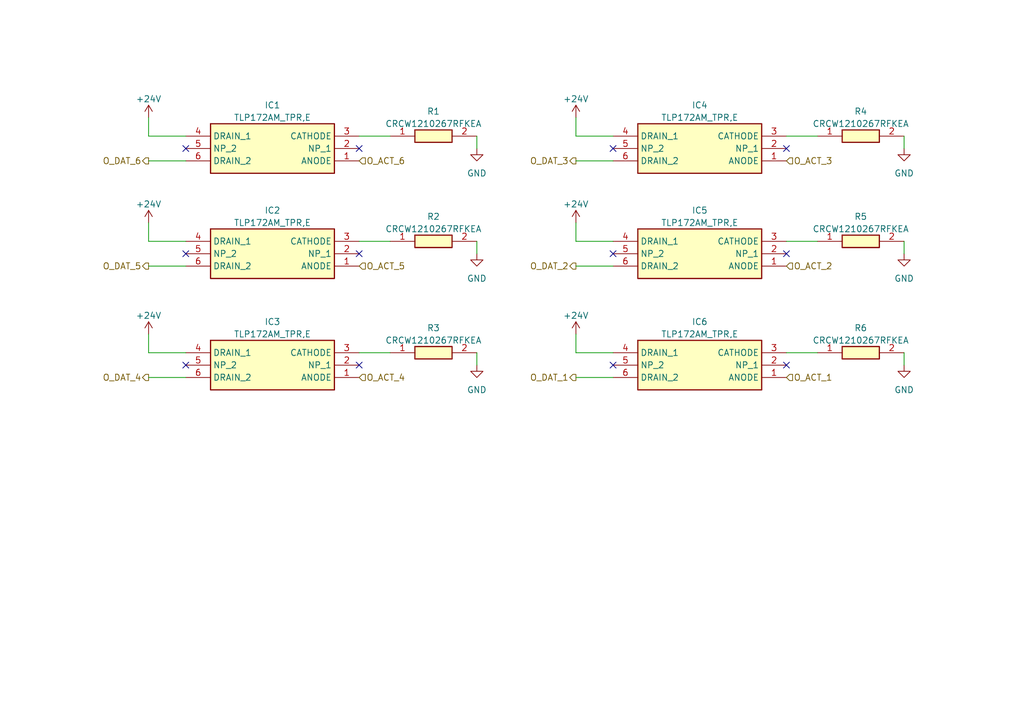
<source format=kicad_sch>
(kicad_sch (version 20230121) (generator eeschema)
  (paper "A5")
  (title_block (date "2023-04-23") (rev "1") (company "UPB - FIIR - Roboți și sisteme de producție") (comment 1 "Alexandru-Ioan Anastasiu"))
  (lib_symbols
    (symbol "CRCW1210267RFKEA:CRCW1210267RFKEA" (pin_names hide)
      (property "Reference" "R" (at 13.97 6.35 0))
      (property "Value" "CRCW1210267RFKEA" (at 13.97 3.81 0))
      (symbol "CRCW1210267RFKEA_1_1"
        (rectangle (start 5.08 1.27) (end 12.7 -1.27) (stroke (width 0.254)) (fill (type background)))
        (pin passive line (at 0 0 0) (length 5.08) (name "1") (number "1"))
        (pin passive line (at 17.78 0 180) (length 5.08) (name "2") (number "2"))
      )
    )
    (symbol "TLP172AM_TPR_E:TLP172AM_TPR,E"
      (property "Reference" "IC" (at 31.75 7.62 0))
      (property "Value" "TLP172AM_TPR,E" (at 31.75 5.08 0))
      (symbol "TLP172AM_TPR,E_1_1"
        (rectangle (start 5.08 2.54) (end 30.48 -7.62) (stroke (width 0.254)) (fill (type background)))
        (pin passive line (at 0 0 0) (length 5.08) (name "ANODE") (number "1"))
        (pin passive line (at 0 -2.54 0) (length 5.08) (name "NP_1") (number "2"))
        (pin passive line (at 0 -5.08 0) (length 5.08) (name "CATHODE") (number "3"))
        (pin passive line (at 35.56 -5.08 180) (length 5.08) (name "DRAIN_1") (number "4"))
        (pin passive line (at 35.56 -2.54 180) (length 5.08) (name "NP_2") (number "5"))
        (pin passive line (at 35.56 0 180) (length 5.08) (name "DRAIN_2") (number "6"))
      )
    )
    (symbol "power:+24V" (power) (pin_names (offset 0))
      (property "Value" "+24V" (at 0 3.556 0))
      (symbol "+24V_0_1"
        (polyline (pts (xy -0.762 1.27) (xy 0 2.54)))
        (polyline (pts (xy 0 0) (xy 0 2.54)))
        (polyline (pts (xy 0 2.54) (xy 0.762 1.27)))
      )
      (symbol "+24V_1_1"
        (pin power_in line (at 0 0 90) (length 0) hide (name "+24V") (number "1"))
      )
    )
    (symbol "power:GND" (power) (pin_names (offset 0))
      (property "Value" "GND" (at 0 -3.81 0))
      (symbol "GND_0_1"
        (polyline (pts (xy 0 0) (xy 0 -1.27) (xy 1.27 -1.27) (xy 0 -2.54) (xy -1.27 -1.27) (xy 0 -1.27)))
      )
      (symbol "GND_1_1"
        (pin power_in line (at 0 0 270) (length 0) hide (name "GND") (number "1"))
      )
    )
  )
  (no_connect (at 73.66 30.48))
  (no_connect (at 161.29 74.93))
  (no_connect (at 125.73 30.48))
  (no_connect (at 73.66 74.93))
  (no_connect (at 161.29 30.48))
  (no_connect (at 125.73 52.07))
  (no_connect (at 73.66 52.07))
  (no_connect (at 38.1 52.07))
  (no_connect (at 38.1 30.48))
  (no_connect (at 38.1 74.93))
  (no_connect (at 161.29 52.07))
  (no_connect (at 125.73 74.93))
  (wire (pts (xy 38.1 72.39) (xy 30.48 72.39)))
  (wire (pts (xy 97.79 49.53) (xy 97.79 52.07)))
  (wire (pts (xy 30.48 72.39) (xy 30.48 68.58)))
  (wire (pts (xy 185.42 27.94) (xy 185.42 30.48)))
  (wire (pts (xy 118.11 49.53) (xy 118.11 45.72)))
  (wire (pts (xy 161.29 27.94) (xy 167.64 27.94)))
  (wire (pts (xy 30.48 54.61) (xy 38.1 54.61)))
  (wire (pts (xy 118.11 27.94) (xy 118.11 24.13)))
  (wire (pts (xy 118.11 54.61) (xy 125.73 54.61)))
  (wire (pts (xy 125.73 27.94) (xy 118.11 27.94)))
  (wire (pts (xy 30.48 49.53) (xy 30.48 45.72)))
  (wire (pts (xy 125.73 49.53) (xy 118.11 49.53)))
  (wire (pts (xy 185.42 49.53) (xy 185.42 52.07)))
  (wire (pts (xy 118.11 33.02) (xy 125.73 33.02)))
  (wire (pts (xy 118.11 77.47) (xy 125.73 77.47)))
  (wire (pts (xy 30.48 77.47) (xy 38.1 77.47)))
  (wire (pts (xy 185.42 72.39) (xy 185.42 74.93)))
  (wire (pts (xy 97.79 27.94) (xy 97.79 30.48)))
  (wire (pts (xy 30.48 27.94) (xy 30.48 24.13)))
  (wire (pts (xy 161.29 72.39) (xy 167.64 72.39)))
  (wire (pts (xy 38.1 27.94) (xy 30.48 27.94)))
  (wire (pts (xy 30.48 33.02) (xy 38.1 33.02)))
  (wire (pts (xy 161.29 49.53) (xy 167.64 49.53)))
  (wire (pts (xy 97.79 72.39) (xy 97.79 74.93)))
  (wire (pts (xy 73.66 72.39) (xy 80.01 72.39)))
  (wire (pts (xy 73.66 49.53) (xy 80.01 49.53)))
  (wire (pts (xy 38.1 49.53) (xy 30.48 49.53)))
  (wire (pts (xy 73.66 27.94) (xy 80.01 27.94)))
  (wire (pts (xy 125.73 72.39) (xy 118.11 72.39)))
  (wire (pts (xy 118.11 72.39) (xy 118.11 68.58)))
  (hierarchical_label "O_DAT_6" (shape output) (at 30.48 33.02 180))
  (hierarchical_label "O_ACT_2" (shape input) (at 161.29 54.61 0))
  (hierarchical_label "O_ACT_1" (shape input) (at 161.29 77.47 0))
  (hierarchical_label "O_DAT_2" (shape output) (at 118.11 54.61 180))
  (hierarchical_label "O_DAT_4" (shape output) (at 30.48 77.47 180))
  (hierarchical_label "O_DAT_3" (shape output) (at 118.11 33.02 180))
  (hierarchical_label "O_DAT_5" (shape output) (at 30.48 54.61 180))
  (hierarchical_label "O_ACT_5" (shape input) (at 73.66 54.61 0))
  (hierarchical_label "O_DAT_1" (shape output) (at 118.11 77.47 180))
  (hierarchical_label "O_ACT_4" (shape input) (at 73.66 77.47 0))
  (hierarchical_label "O_ACT_6" (shape input) (at 73.66 33.02 0))
  (hierarchical_label "O_ACT_3" (shape input) (at 161.29 33.02 0))
  (symbol (lib_id "CRCW1210267RFKEA:CRCW1210267RFKEA") (at 167.64 72.39 0) (unit 1)
    (property "Reference" "R6" (at 176.53 67.31 0))
    (property "Value" "CRCW1210267RFKEA" (at 176.53 69.85 0))
    (property "Footprint" "CRCW1210267RFKEA:RESC3225X60N" (effects hide))
    (property "Datasheet" "http://componentsearchengine.com/Datasheets/1/CRCW1210267RFKEA.pdf" (effects hide))
    (property "Height" "0.6" (effects hide))
    (property "Mouser Part Number" "71-CRCW1210-267-E3" (effects hide))
    (property "Mouser Price/Stock" "https://www.mouser.co.uk/ProductDetail/Vishay-Dale/CRCW1210267RFKEA?qs=u0pLYIWDdLe%252BVJfyDMg51g%3D%3D" (effects hide))
    (property "Manufacturer_Name" "Vishay" (effects hide))
    (property "Manufacturer_Part_Number" "CRCW1210267RFKEA" (effects hide))
    (instances (project "PLC-CIM" (path "" (reference "R6") (unit 1)) (path "" (reference "R24") (unit 1)) (path "" (reference "R42") (unit 1)) (path "" (reference "R48") (unit 1)) (path "" (reference "R54") (unit 1))))
  )
  (symbol (lib_id "power:+24V") (at 30.48 45.72 0) (unit 1)
    (property "Reference" "#PWR02" (effects hide))
    (property "Value" "+24V" (at 30.48 41.91 0))
    (instances (project "PLC-CIM" (path "" (reference "#PWR02") (unit 1)) (path "" (reference "#PWR032") (unit 1)) (path "" (reference "#PWR062") (unit 1)) (path "" (reference "#PWR090") (unit 1)) (path "" (reference "#PWR0102") (unit 1))))
  )
  (symbol (lib_id "power:GND") (at 185.42 30.48 0) (unit 1)
    (property "Reference" "#PWR010" (effects hide))
    (property "Value" "GND" (at 185.42 35.56 0))
    (instances (project "PLC-CIM" (path "" (reference "#PWR010") (unit 1)) (path "" (reference "#PWR040") (unit 1)) (path "" (reference "#PWR070") (unit 1)) (path "" (reference "#PWR098") (unit 1)) (path "" (reference "#PWR0110") (unit 1))))
  )
  (symbol (lib_id "power:+24V") (at 30.48 68.58 0) (unit 1)
    (property "Reference" "#PWR03" (effects hide))
    (property "Value" "+24V" (at 30.48 64.77 0))
    (instances (project "PLC-CIM" (path "" (reference "#PWR03") (unit 1)) (path "" (reference "#PWR033") (unit 1)) (path "" (reference "#PWR063") (unit 1)) (path "" (reference "#PWR091") (unit 1)) (path "" (reference "#PWR0103") (unit 1))))
  )
  (symbol (lib_id "TLP172AM_TPR_E:TLP172AM_TPR,E") (at 73.66 54.61 180) (unit 1)
    (property "Reference" "IC2" (at 55.88 43.18 0))
    (property "Value" "TLP172AM_TPR,E" (at 55.88 45.72 0))
    (property "Footprint" "LIB_TLP172AM_TPR,E:SOIC127P700X230-6N" (effects hide))
    (property "Datasheet" "https://toshiba.semicon-storage.com/info/docget.jsp?did=36714&prodName=TLP172AM" (effects hide))
    (property "Height" "2.3" (effects hide))
    (property "Mouser Part Number" "757-TLP172AMTPRE" (effects hide))
    (property "Mouser Price/Stock" "https://www.mouser.co.uk/ProductDetail/Toshiba/TLP172AMTPRE?qs=6ZHl3BmPMW1g8abCQD%2F8ag%3D%3D" (effects hide))
    (property "Manufacturer_Name" "Toshiba" (effects hide))
    (property "Manufacturer_Part_Number" "TLP172AM(TPR,E" (effects hide))
    (instances (project "PLC-CIM" (path "" (reference "IC2") (unit 1)) (path "" (reference "IC14") (unit 1)) (path "" (reference "IC26") (unit 1)) (path "" (reference "IC33") (unit 1)) (path "" (reference "IC39") (unit 1))))
  )
  (symbol (lib_id "CRCW1210267RFKEA:CRCW1210267RFKEA") (at 80.01 49.53 0) (unit 1)
    (property "Reference" "R2" (at 88.9 44.45 0))
    (property "Value" "CRCW1210267RFKEA" (at 88.9 46.99 0))
    (property "Footprint" "CRCW1210267RFKEA:RESC3225X60N" (effects hide))
    (property "Datasheet" "http://componentsearchengine.com/Datasheets/1/CRCW1210267RFKEA.pdf" (effects hide))
    (property "Height" "0.6" (effects hide))
    (property "Mouser Part Number" "71-CRCW1210-267-E3" (effects hide))
    (property "Mouser Price/Stock" "https://www.mouser.co.uk/ProductDetail/Vishay-Dale/CRCW1210267RFKEA?qs=u0pLYIWDdLe%252BVJfyDMg51g%3D%3D" (effects hide))
    (property "Manufacturer_Name" "Vishay" (effects hide))
    (property "Manufacturer_Part_Number" "CRCW1210267RFKEA" (effects hide))
    (instances (project "PLC-CIM" (path "" (reference "R2") (unit 1)) (path "" (reference "R20") (unit 1)) (path "" (reference "R38") (unit 1)) (path "" (reference "R44") (unit 1)) (path "" (reference "R50") (unit 1))))
  )
  (symbol (lib_id "power:GND") (at 97.79 74.93 0) (unit 1)
    (property "Reference" "#PWR09" (effects hide))
    (property "Value" "GND" (at 97.79 80.01 0))
    (instances (project "PLC-CIM" (path "" (reference "#PWR09") (unit 1)) (path "" (reference "#PWR039") (unit 1)) (path "" (reference "#PWR069") (unit 1)) (path "" (reference "#PWR097") (unit 1)) (path "" (reference "#PWR0109") (unit 1))))
  )
  (symbol (lib_id "TLP172AM_TPR_E:TLP172AM_TPR,E") (at 161.29 54.61 180) (unit 1)
    (property "Reference" "IC5" (at 143.51 43.18 0))
    (property "Value" "TLP172AM_TPR,E" (at 143.51 45.72 0))
    (property "Footprint" "LIB_TLP172AM_TPR,E:SOIC127P700X230-6N" (effects hide))
    (property "Datasheet" "https://toshiba.semicon-storage.com/info/docget.jsp?did=36714&prodName=TLP172AM" (effects hide))
    (property "Height" "2.3" (effects hide))
    (property "Mouser Part Number" "757-TLP172AMTPRE" (effects hide))
    (property "Mouser Price/Stock" "https://www.mouser.co.uk/ProductDetail/Toshiba/TLP172AMTPRE?qs=6ZHl3BmPMW1g8abCQD%2F8ag%3D%3D" (effects hide))
    (property "Manufacturer_Name" "Toshiba" (effects hide))
    (property "Manufacturer_Part_Number" "TLP172AM(TPR,E" (effects hide))
    (instances (project "PLC-CIM" (path "" (reference "IC5") (unit 1)) (path "" (reference "IC17") (unit 1)) (path "" (reference "IC29") (unit 1)) (path "" (reference "IC36") (unit 1)) (path "" (reference "IC42") (unit 1))))
  )
  (symbol (lib_id "TLP172AM_TPR_E:TLP172AM_TPR,E") (at 73.66 33.02 180) (unit 1)
    (property "Reference" "IC1" (at 55.88 21.59 0))
    (property "Value" "TLP172AM_TPR,E" (at 55.88 24.13 0))
    (property "Footprint" "LIB_TLP172AM_TPR,E:SOIC127P700X230-6N" (effects hide))
    (property "Datasheet" "https://toshiba.semicon-storage.com/info/docget.jsp?did=36714&prodName=TLP172AM" (effects hide))
    (property "Height" "2.3" (effects hide))
    (property "Mouser Part Number" "757-TLP172AMTPRE" (effects hide))
    (property "Mouser Price/Stock" "https://www.mouser.co.uk/ProductDetail/Toshiba/TLP172AMTPRE?qs=6ZHl3BmPMW1g8abCQD%2F8ag%3D%3D" (effects hide))
    (property "Manufacturer_Name" "Toshiba" (effects hide))
    (property "Manufacturer_Part_Number" "TLP172AM(TPR,E" (effects hide))
    (instances (project "PLC-CIM" (path "" (reference "IC1") (unit 1)) (path "" (reference "IC13") (unit 1)) (path "" (reference "IC25") (unit 1)) (path "" (reference "IC32") (unit 1)) (path "" (reference "IC38") (unit 1))))
  )
  (symbol (lib_id "power:GND") (at 185.42 52.07 0) (unit 1)
    (property "Reference" "#PWR011" (effects hide))
    (property "Value" "GND" (at 185.42 57.15 0))
    (instances (project "PLC-CIM" (path "" (reference "#PWR011") (unit 1)) (path "" (reference "#PWR041") (unit 1)) (path "" (reference "#PWR071") (unit 1)) (path "" (reference "#PWR099") (unit 1)) (path "" (reference "#PWR0111") (unit 1))))
  )
  (symbol (lib_id "CRCW1210267RFKEA:CRCW1210267RFKEA") (at 80.01 27.94 0) (unit 1)
    (property "Reference" "R1" (at 88.9 22.86 0))
    (property "Value" "CRCW1210267RFKEA" (at 88.9 25.4 0))
    (property "Footprint" "CRCW1210267RFKEA:RESC3225X60N" (effects hide))
    (property "Datasheet" "http://componentsearchengine.com/Datasheets/1/CRCW1210267RFKEA.pdf" (effects hide))
    (property "Height" "0.6" (effects hide))
    (property "Mouser Part Number" "71-CRCW1210-267-E3" (effects hide))
    (property "Mouser Price/Stock" "https://www.mouser.co.uk/ProductDetail/Vishay-Dale/CRCW1210267RFKEA?qs=u0pLYIWDdLe%252BVJfyDMg51g%3D%3D" (effects hide))
    (property "Manufacturer_Name" "Vishay" (effects hide))
    (property "Manufacturer_Part_Number" "CRCW1210267RFKEA" (effects hide))
    (instances (project "PLC-CIM" (path "" (reference "R1") (unit 1)) (path "" (reference "R19") (unit 1)) (path "" (reference "R37") (unit 1)) (path "" (reference "R43") (unit 1)) (path "" (reference "R49") (unit 1))))
  )
  (symbol (lib_id "CRCW1210267RFKEA:CRCW1210267RFKEA") (at 80.01 72.39 0) (unit 1)
    (property "Reference" "R3" (at 88.9 67.31 0))
    (property "Value" "CRCW1210267RFKEA" (at 88.9 69.85 0))
    (property "Footprint" "CRCW1210267RFKEA:RESC3225X60N" (effects hide))
    (property "Datasheet" "http://componentsearchengine.com/Datasheets/1/CRCW1210267RFKEA.pdf" (effects hide))
    (property "Height" "0.6" (effects hide))
    (property "Mouser Part Number" "71-CRCW1210-267-E3" (effects hide))
    (property "Mouser Price/Stock" "https://www.mouser.co.uk/ProductDetail/Vishay-Dale/CRCW1210267RFKEA?qs=u0pLYIWDdLe%252BVJfyDMg51g%3D%3D" (effects hide))
    (property "Manufacturer_Name" "Vishay" (effects hide))
    (property "Manufacturer_Part_Number" "CRCW1210267RFKEA" (effects hide))
    (instances (project "PLC-CIM" (path "" (reference "R3") (unit 1)) (path "" (reference "R21") (unit 1)) (path "" (reference "R39") (unit 1)) (path "" (reference "R45") (unit 1)) (path "" (reference "R51") (unit 1))))
  )
  (symbol (lib_id "power:+24V") (at 30.48 24.13 0) (unit 1)
    (property "Reference" "#PWR01" (effects hide))
    (property "Value" "+24V" (at 30.48 20.32 0))
    (instances (project "PLC-CIM" (path "" (reference "#PWR01") (unit 1)) (path "" (reference "#PWR031") (unit 1)) (path "" (reference "#PWR061") (unit 1)) (path "" (reference "#PWR089") (unit 1)) (path "" (reference "#PWR0101") (unit 1))))
  )
  (symbol (lib_id "TLP172AM_TPR_E:TLP172AM_TPR,E") (at 161.29 33.02 180) (unit 1)
    (property "Reference" "IC4" (at 143.51 21.59 0))
    (property "Value" "TLP172AM_TPR,E" (at 143.51 24.13 0))
    (property "Footprint" "LIB_TLP172AM_TPR,E:SOIC127P700X230-6N" (effects hide))
    (property "Datasheet" "https://toshiba.semicon-storage.com/info/docget.jsp?did=36714&prodName=TLP172AM" (effects hide))
    (property "Height" "2.3" (effects hide))
    (property "Mouser Part Number" "757-TLP172AMTPRE" (effects hide))
    (property "Mouser Price/Stock" "https://www.mouser.co.uk/ProductDetail/Toshiba/TLP172AMTPRE?qs=6ZHl3BmPMW1g8abCQD%2F8ag%3D%3D" (effects hide))
    (property "Manufacturer_Name" "Toshiba" (effects hide))
    (property "Manufacturer_Part_Number" "TLP172AM(TPR,E" (effects hide))
    (instances (project "PLC-CIM" (path "" (reference "IC4") (unit 1)) (path "" (reference "IC16") (unit 1)) (path "" (reference "IC28") (unit 1)) (path "" (reference "IC35") (unit 1)) (path "" (reference "IC41") (unit 1))))
  )
  (symbol (lib_id "TLP172AM_TPR_E:TLP172AM_TPR,E") (at 161.29 77.47 180) (unit 1)
    (property "Reference" "IC6" (at 143.51 66.04 0))
    (property "Value" "TLP172AM_TPR,E" (at 143.51 68.58 0))
    (property "Footprint" "LIB_TLP172AM_TPR,E:SOIC127P700X230-6N" (effects hide))
    (property "Datasheet" "https://toshiba.semicon-storage.com/info/docget.jsp?did=36714&prodName=TLP172AM" (effects hide))
    (property "Height" "2.3" (effects hide))
    (property "Mouser Part Number" "757-TLP172AMTPRE" (effects hide))
    (property "Mouser Price/Stock" "https://www.mouser.co.uk/ProductDetail/Toshiba/TLP172AMTPRE?qs=6ZHl3BmPMW1g8abCQD%2F8ag%3D%3D" (effects hide))
    (property "Manufacturer_Name" "Toshiba" (effects hide))
    (property "Manufacturer_Part_Number" "TLP172AM(TPR,E" (effects hide))
    (instances (project "PLC-CIM" (path "" (reference "IC6") (unit 1)) (path "" (reference "IC18") (unit 1)) (path "" (reference "IC30") (unit 1)) (path "" (reference "IC37") (unit 1)) (path "" (reference "IC43") (unit 1))))
  )
  (symbol (lib_id "power:GND") (at 185.42 74.93 0) (unit 1)
    (property "Reference" "#PWR012" (effects hide))
    (property "Value" "GND" (at 185.42 80.01 0))
    (instances (project "PLC-CIM" (path "" (reference "#PWR012") (unit 1)) (path "" (reference "#PWR042") (unit 1)) (path "" (reference "#PWR072") (unit 1)) (path "" (reference "#PWR0100") (unit 1)) (path "" (reference "#PWR0112") (unit 1))))
  )
  (symbol (lib_id "CRCW1210267RFKEA:CRCW1210267RFKEA") (at 167.64 49.53 0) (unit 1)
    (property "Reference" "R5" (at 176.53 44.45 0))
    (property "Value" "CRCW1210267RFKEA" (at 176.53 46.99 0))
    (property "Footprint" "CRCW1210267RFKEA:RESC3225X60N" (effects hide))
    (property "Datasheet" "http://componentsearchengine.com/Datasheets/1/CRCW1210267RFKEA.pdf" (effects hide))
    (property "Height" "0.6" (effects hide))
    (property "Mouser Part Number" "71-CRCW1210-267-E3" (effects hide))
    (property "Mouser Price/Stock" "https://www.mouser.co.uk/ProductDetail/Vishay-Dale/CRCW1210267RFKEA?qs=u0pLYIWDdLe%252BVJfyDMg51g%3D%3D" (effects hide))
    (property "Manufacturer_Name" "Vishay" (effects hide))
    (property "Manufacturer_Part_Number" "CRCW1210267RFKEA" (effects hide))
    (instances (project "PLC-CIM" (path "" (reference "R5") (unit 1)) (path "" (reference "R23") (unit 1)) (path "" (reference "R41") (unit 1)) (path "" (reference "R47") (unit 1)) (path "" (reference "R53") (unit 1))))
  )
  (symbol (lib_id "power:+24V") (at 118.11 68.58 0) (unit 1)
    (property "Reference" "#PWR06" (effects hide))
    (property "Value" "+24V" (at 118.11 64.77 0))
    (instances (project "PLC-CIM" (path "" (reference "#PWR06") (unit 1)) (path "" (reference "#PWR036") (unit 1)) (path "" (reference "#PWR066") (unit 1)) (path "" (reference "#PWR094") (unit 1)) (path "" (reference "#PWR0106") (unit 1))))
  )
  (symbol (lib_id "power:+24V") (at 118.11 45.72 0) (unit 1)
    (property "Reference" "#PWR05" (effects hide))
    (property "Value" "+24V" (at 118.11 41.91 0))
    (instances (project "PLC-CIM" (path "" (reference "#PWR05") (unit 1)) (path "" (reference "#PWR035") (unit 1)) (path "" (reference "#PWR065") (unit 1)) (path "" (reference "#PWR093") (unit 1)) (path "" (reference "#PWR0105") (unit 1))))
  )
  (symbol (lib_id "TLP172AM_TPR_E:TLP172AM_TPR,E") (at 73.66 77.47 180) (unit 1)
    (property "Reference" "IC3" (at 55.88 66.04 0))
    (property "Value" "TLP172AM_TPR,E" (at 55.88 68.58 0))
    (property "Footprint" "LIB_TLP172AM_TPR,E:SOIC127P700X230-6N" (effects hide))
    (property "Datasheet" "https://toshiba.semicon-storage.com/info/docget.jsp?did=36714&prodName=TLP172AM" (effects hide))
    (property "Height" "2.3" (effects hide))
    (property "Mouser Part Number" "757-TLP172AMTPRE" (effects hide))
    (property "Mouser Price/Stock" "https://www.mouser.co.uk/ProductDetail/Toshiba/TLP172AMTPRE?qs=6ZHl3BmPMW1g8abCQD%2F8ag%3D%3D" (effects hide))
    (property "Manufacturer_Name" "Toshiba" (effects hide))
    (property "Manufacturer_Part_Number" "TLP172AM(TPR,E" (effects hide))
    (instances (project "PLC-CIM" (path "" (reference "IC3") (unit 1)) (path "" (reference "IC15") (unit 1)) (path "" (reference "IC27") (unit 1)) (path "" (reference "IC34") (unit 1)) (path "" (reference "IC40") (unit 1))))
  )
  (symbol (lib_id "power:GND") (at 97.79 52.07 0) (unit 1)
    (property "Reference" "#PWR08" (effects hide))
    (property "Value" "GND" (at 97.79 57.15 0))
    (instances (project "PLC-CIM" (path "" (reference "#PWR08") (unit 1)) (path "" (reference "#PWR038") (unit 1)) (path "" (reference "#PWR068") (unit 1)) (path "" (reference "#PWR096") (unit 1)) (path "" (reference "#PWR0108") (unit 1))))
  )
  (symbol (lib_id "CRCW1210267RFKEA:CRCW1210267RFKEA") (at 167.64 27.94 0) (unit 1)
    (property "Reference" "R4" (at 176.53 22.86 0))
    (property "Value" "CRCW1210267RFKEA" (at 176.53 25.4 0))
    (property "Footprint" "CRCW1210267RFKEA:RESC3225X60N" (effects hide))
    (property "Datasheet" "http://componentsearchengine.com/Datasheets/1/CRCW1210267RFKEA.pdf" (effects hide))
    (property "Height" "0.6" (effects hide))
    (property "Mouser Part Number" "71-CRCW1210-267-E3" (effects hide))
    (property "Mouser Price/Stock" "https://www.mouser.co.uk/ProductDetail/Vishay-Dale/CRCW1210267RFKEA?qs=u0pLYIWDdLe%252BVJfyDMg51g%3D%3D" (effects hide))
    (property "Manufacturer_Name" "Vishay" (effects hide))
    (property "Manufacturer_Part_Number" "CRCW1210267RFKEA" (effects hide))
    (instances (project "PLC-CIM" (path "" (reference "R4") (unit 1)) (path "" (reference "R22") (unit 1)) (path "" (reference "R40") (unit 1)) (path "" (reference "R46") (unit 1)) (path "" (reference "R52") (unit 1))))
  )
  (symbol (lib_id "power:GND") (at 97.79 30.48 0) (unit 1)
    (property "Reference" "#PWR07" (effects hide))
    (property "Value" "GND" (at 97.79 35.56 0))
    (instances (project "PLC-CIM" (path "" (reference "#PWR07") (unit 1)) (path "" (reference "#PWR037") (unit 1)) (path "" (reference "#PWR067") (unit 1)) (path "" (reference "#PWR095") (unit 1)) (path "" (reference "#PWR0107") (unit 1))))
  )
  (symbol (lib_id "power:+24V") (at 118.11 24.13 0) (unit 1)
    (property "Reference" "#PWR04" (effects hide))
    (property "Value" "+24V" (at 118.11 20.32 0))
    (instances (project "PLC-CIM" (path "" (reference "#PWR04") (unit 1)) (path "" (reference "#PWR034") (unit 1)) (path "" (reference "#PWR064") (unit 1)) (path "" (reference "#PWR092") (unit 1)) (path "" (reference "#PWR0104") (unit 1))))
  )
)
</source>
